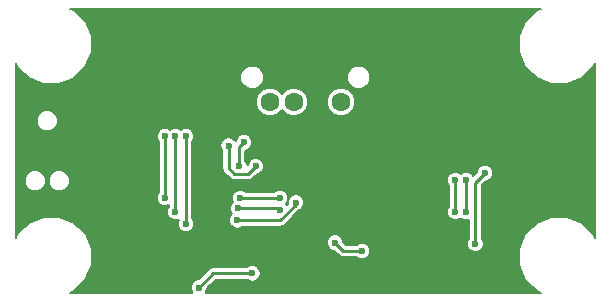
<source format=gbl>
G04 #@! TF.FileFunction,Copper,L2,Bot,Signal*
%FSLAX46Y46*%
G04 Gerber Fmt 4.6, Leading zero omitted, Abs format (unit mm)*
G04 Created by KiCad (PCBNEW 0.201604290946+6713~44~ubuntu14.04.1-product) date Mon 11 Jul 2016 15:01:41 CEST*
%MOMM*%
%LPD*%
G01*
G04 APERTURE LIST*
%ADD10C,0.100000*%
%ADD11C,1.600000*%
%ADD12C,0.600000*%
%ADD13C,0.280000*%
%ADD14C,0.250000*%
%ADD15C,0.200000*%
G04 APERTURE END LIST*
D10*
D11*
X103000000Y-119400000D03*
X101000000Y-119400000D03*
X99000000Y-119400000D03*
X97000000Y-119400000D03*
D12*
X114400000Y-131400000D03*
X115200000Y-125400000D03*
X104800000Y-132000000D03*
X102500000Y-131300000D03*
X91000000Y-135100000D03*
X95500000Y-133900000D03*
X93500000Y-123079990D03*
X95800000Y-124840000D03*
X109100000Y-128700000D03*
X109100000Y-130000000D03*
X97600000Y-134100000D03*
X102300000Y-134100000D03*
X76100000Y-124800000D03*
X96200000Y-122000000D03*
X109100000Y-118300000D03*
X109100000Y-131300000D03*
X85100000Y-118300000D03*
X95000000Y-133000000D03*
X94200000Y-134900000D03*
X94200000Y-121900000D03*
X118300000Y-121900000D03*
X118300000Y-134900000D03*
X85100000Y-131200000D03*
X99950000Y-135250000D03*
X99700000Y-122200000D03*
X106400000Y-124700000D03*
X99200000Y-127900000D03*
X94249999Y-129400000D03*
X89900000Y-129700000D03*
X89900000Y-122300000D03*
X97840000Y-128500000D03*
X94300000Y-128400000D03*
X89000000Y-128700000D03*
X89000000Y-122300000D03*
X113600000Y-128700000D03*
X113600000Y-126000000D03*
X97840000Y-127500000D03*
X94500000Y-127500000D03*
X88100000Y-127500000D03*
X88100000Y-122300000D03*
X112700000Y-128700000D03*
X112700000Y-126000000D03*
X94800000Y-122800000D03*
X94400000Y-124840000D03*
D13*
X115200000Y-125400000D02*
X114400000Y-126200000D01*
X114400000Y-126200000D02*
X114400000Y-131400000D01*
D14*
X102500000Y-131300000D02*
X103200000Y-132000000D01*
X103200000Y-132000000D02*
X104800000Y-132000000D01*
X95500000Y-133900000D02*
X92200000Y-133900000D01*
X92200000Y-133900000D02*
X91000000Y-135100000D01*
X93965001Y-125465001D02*
X93500000Y-125000000D01*
X93500000Y-125000000D02*
X93500000Y-123079990D01*
X95800000Y-124840000D02*
X95174999Y-125465001D01*
X95174999Y-125465001D02*
X93965001Y-125465001D01*
X89900000Y-122800000D02*
X89900000Y-122300000D01*
X94249999Y-129400000D02*
X97865002Y-129400000D01*
X97865002Y-129400000D02*
X99200000Y-128065002D01*
X99200000Y-128065002D02*
X99200000Y-127900000D01*
X89900000Y-122800000D02*
X89900000Y-129700000D01*
X89000000Y-122800000D02*
X89000000Y-122300000D01*
X94300000Y-128400000D02*
X97740000Y-128400000D01*
X97740000Y-128400000D02*
X97840000Y-128500000D01*
X89000000Y-122800000D02*
X89000000Y-128700000D01*
X113600000Y-126000000D02*
X113600000Y-128700000D01*
X88100000Y-122800000D02*
X88100000Y-122300000D01*
X94500000Y-127500000D02*
X97840000Y-127500000D01*
X88100000Y-122800000D02*
X88100000Y-127500000D01*
X112700000Y-126000000D02*
X112700000Y-128700000D01*
X94400000Y-124840000D02*
X94400000Y-123200000D01*
X94400000Y-123200000D02*
X94800000Y-122800000D01*
D15*
G36*
X119576571Y-111615940D02*
X118619301Y-112571540D01*
X118100591Y-113820731D01*
X118099411Y-115173335D01*
X118615940Y-116423429D01*
X119571540Y-117380699D01*
X120820731Y-117899409D01*
X122173335Y-117900589D01*
X123423429Y-117384060D01*
X124380699Y-116428460D01*
X124525000Y-116080945D01*
X124525000Y-130917671D01*
X124384060Y-130576571D01*
X123428460Y-129619301D01*
X122179269Y-129100591D01*
X120826665Y-129099411D01*
X119576571Y-129615940D01*
X118619301Y-130571540D01*
X118100591Y-131820731D01*
X118099411Y-133173335D01*
X118615940Y-134423429D01*
X119571540Y-135380699D01*
X119919055Y-135525000D01*
X91565072Y-135525000D01*
X91593085Y-135497036D01*
X91699878Y-135239850D01*
X91699963Y-135142499D01*
X92417462Y-134425000D01*
X95034998Y-134425000D01*
X95102964Y-134493085D01*
X95360150Y-134599878D01*
X95638628Y-134600121D01*
X95896000Y-134493777D01*
X96093085Y-134297036D01*
X96199878Y-134039850D01*
X96200121Y-133761372D01*
X96093777Y-133504000D01*
X95897036Y-133306915D01*
X95639850Y-133200122D01*
X95361372Y-133199879D01*
X95104000Y-133306223D01*
X95035103Y-133375000D01*
X92200000Y-133375000D01*
X91999091Y-133414963D01*
X91828769Y-133528769D01*
X90957575Y-134399963D01*
X90861372Y-134399879D01*
X90604000Y-134506223D01*
X90406915Y-134702964D01*
X90300122Y-134960150D01*
X90299879Y-135238628D01*
X90406223Y-135496000D01*
X90435172Y-135525000D01*
X80082329Y-135525000D01*
X80423429Y-135384060D01*
X81380699Y-134428460D01*
X81899409Y-133179269D01*
X81900589Y-131826665D01*
X81740256Y-131438628D01*
X101799879Y-131438628D01*
X101906223Y-131696000D01*
X102102964Y-131893085D01*
X102360150Y-131999878D01*
X102457501Y-131999963D01*
X102828769Y-132371231D01*
X102999091Y-132485037D01*
X103200000Y-132525000D01*
X104334998Y-132525000D01*
X104402964Y-132593085D01*
X104660150Y-132699878D01*
X104938628Y-132700121D01*
X105196000Y-132593777D01*
X105393085Y-132397036D01*
X105499878Y-132139850D01*
X105500121Y-131861372D01*
X105393777Y-131604000D01*
X105197036Y-131406915D01*
X104939850Y-131300122D01*
X104661372Y-131299879D01*
X104404000Y-131406223D01*
X104335103Y-131475000D01*
X103417462Y-131475000D01*
X103200037Y-131257575D01*
X103200121Y-131161372D01*
X103093777Y-130904000D01*
X102897036Y-130706915D01*
X102639850Y-130600122D01*
X102361372Y-130599879D01*
X102104000Y-130706223D01*
X101906915Y-130902964D01*
X101800122Y-131160150D01*
X101799879Y-131438628D01*
X81740256Y-131438628D01*
X81384060Y-130576571D01*
X80428460Y-129619301D01*
X79179269Y-129100591D01*
X77826665Y-129099411D01*
X76576571Y-129615940D01*
X75619301Y-130571540D01*
X75475000Y-130919055D01*
X75475000Y-126218236D01*
X76218844Y-126218236D01*
X76355572Y-126549143D01*
X76608525Y-126802538D01*
X76939194Y-126939843D01*
X77297236Y-126940156D01*
X77628143Y-126803428D01*
X77881538Y-126550475D01*
X78018843Y-126219806D01*
X78018844Y-126218236D01*
X78250844Y-126218236D01*
X78387572Y-126549143D01*
X78640525Y-126802538D01*
X78971194Y-126939843D01*
X79329236Y-126940156D01*
X79660143Y-126803428D01*
X79913538Y-126550475D01*
X80050843Y-126219806D01*
X80051156Y-125861764D01*
X79914428Y-125530857D01*
X79661475Y-125277462D01*
X79330806Y-125140157D01*
X78972764Y-125139844D01*
X78641857Y-125276572D01*
X78388462Y-125529525D01*
X78251157Y-125860194D01*
X78250844Y-126218236D01*
X78018844Y-126218236D01*
X78019156Y-125861764D01*
X77882428Y-125530857D01*
X77629475Y-125277462D01*
X77298806Y-125140157D01*
X76940764Y-125139844D01*
X76609857Y-125276572D01*
X76356462Y-125529525D01*
X76219157Y-125860194D01*
X76218844Y-126218236D01*
X75475000Y-126218236D01*
X75475000Y-122438628D01*
X87399879Y-122438628D01*
X87506223Y-122696000D01*
X87575000Y-122764897D01*
X87575000Y-127034998D01*
X87506915Y-127102964D01*
X87400122Y-127360150D01*
X87399879Y-127638628D01*
X87506223Y-127896000D01*
X87702964Y-128093085D01*
X87960150Y-128199878D01*
X88238628Y-128200121D01*
X88475000Y-128102454D01*
X88475000Y-128234998D01*
X88406915Y-128302964D01*
X88300122Y-128560150D01*
X88299879Y-128838628D01*
X88406223Y-129096000D01*
X88602964Y-129293085D01*
X88860150Y-129399878D01*
X89138628Y-129400121D01*
X89293070Y-129336307D01*
X89200122Y-129560150D01*
X89199879Y-129838628D01*
X89306223Y-130096000D01*
X89502964Y-130293085D01*
X89760150Y-130399878D01*
X90038628Y-130400121D01*
X90296000Y-130293777D01*
X90493085Y-130097036D01*
X90599878Y-129839850D01*
X90600121Y-129561372D01*
X90590724Y-129538628D01*
X93549878Y-129538628D01*
X93656222Y-129796000D01*
X93852963Y-129993085D01*
X94110149Y-130099878D01*
X94388627Y-130100121D01*
X94645999Y-129993777D01*
X94714896Y-129925000D01*
X97865002Y-129925000D01*
X98065911Y-129885037D01*
X98236233Y-129771231D01*
X99455728Y-128551736D01*
X99596000Y-128493777D01*
X99793085Y-128297036D01*
X99899878Y-128039850D01*
X99900121Y-127761372D01*
X99793777Y-127504000D01*
X99597036Y-127306915D01*
X99339850Y-127200122D01*
X99061372Y-127199879D01*
X98804000Y-127306223D01*
X98606915Y-127502964D01*
X98500122Y-127760150D01*
X98499893Y-128022647D01*
X98426165Y-128096375D01*
X98329950Y-127999991D01*
X98433085Y-127897036D01*
X98539878Y-127639850D01*
X98540121Y-127361372D01*
X98433777Y-127104000D01*
X98237036Y-126906915D01*
X97979850Y-126800122D01*
X97701372Y-126799879D01*
X97444000Y-126906223D01*
X97375103Y-126975000D01*
X94965002Y-126975000D01*
X94897036Y-126906915D01*
X94639850Y-126800122D01*
X94361372Y-126799879D01*
X94104000Y-126906223D01*
X93906915Y-127102964D01*
X93800122Y-127360150D01*
X93799879Y-127638628D01*
X93879311Y-127830869D01*
X93706915Y-128002964D01*
X93600122Y-128260150D01*
X93599879Y-128538628D01*
X93706223Y-128796000D01*
X93785093Y-128875008D01*
X93656914Y-129002964D01*
X93550121Y-129260150D01*
X93549878Y-129538628D01*
X90590724Y-129538628D01*
X90493777Y-129304000D01*
X90425000Y-129235103D01*
X90425000Y-126138628D01*
X111999879Y-126138628D01*
X112106223Y-126396000D01*
X112175000Y-126464897D01*
X112175000Y-128234998D01*
X112106915Y-128302964D01*
X112000122Y-128560150D01*
X111999879Y-128838628D01*
X112106223Y-129096000D01*
X112302964Y-129293085D01*
X112560150Y-129399878D01*
X112838628Y-129400121D01*
X113096000Y-129293777D01*
X113149921Y-129239950D01*
X113202964Y-129293085D01*
X113460150Y-129399878D01*
X113738628Y-129400121D01*
X113860000Y-129349971D01*
X113860000Y-130949972D01*
X113806915Y-131002964D01*
X113700122Y-131260150D01*
X113699879Y-131538628D01*
X113806223Y-131796000D01*
X114002964Y-131993085D01*
X114260150Y-132099878D01*
X114538628Y-132100121D01*
X114796000Y-131993777D01*
X114993085Y-131797036D01*
X115099878Y-131539850D01*
X115100121Y-131261372D01*
X114993777Y-131004000D01*
X114940000Y-130950129D01*
X114940000Y-126423676D01*
X115263620Y-126100056D01*
X115338628Y-126100121D01*
X115596000Y-125993777D01*
X115793085Y-125797036D01*
X115899878Y-125539850D01*
X115900121Y-125261372D01*
X115793777Y-125004000D01*
X115597036Y-124806915D01*
X115339850Y-124700122D01*
X115061372Y-124699879D01*
X114804000Y-124806223D01*
X114606915Y-125002964D01*
X114500122Y-125260150D01*
X114500056Y-125336268D01*
X114205047Y-125631277D01*
X114193777Y-125604000D01*
X113997036Y-125406915D01*
X113739850Y-125300122D01*
X113461372Y-125299879D01*
X113204000Y-125406223D01*
X113150079Y-125460050D01*
X113097036Y-125406915D01*
X112839850Y-125300122D01*
X112561372Y-125299879D01*
X112304000Y-125406223D01*
X112106915Y-125602964D01*
X112000122Y-125860150D01*
X111999879Y-126138628D01*
X90425000Y-126138628D01*
X90425000Y-123218618D01*
X92799879Y-123218618D01*
X92906223Y-123475990D01*
X92975000Y-123544887D01*
X92975000Y-125000000D01*
X93014963Y-125200909D01*
X93128769Y-125371231D01*
X93593770Y-125836232D01*
X93764092Y-125950038D01*
X93965001Y-125990001D01*
X95174999Y-125990001D01*
X95375908Y-125950038D01*
X95546230Y-125836232D01*
X95842425Y-125540037D01*
X95938628Y-125540121D01*
X96196000Y-125433777D01*
X96393085Y-125237036D01*
X96499878Y-124979850D01*
X96500121Y-124701372D01*
X96393777Y-124444000D01*
X96197036Y-124246915D01*
X95939850Y-124140122D01*
X95661372Y-124139879D01*
X95404000Y-124246223D01*
X95206915Y-124442964D01*
X95100122Y-124700150D01*
X95100121Y-124701372D01*
X94993777Y-124444000D01*
X94925000Y-124375103D01*
X94925000Y-123500109D01*
X94938628Y-123500121D01*
X95196000Y-123393777D01*
X95393085Y-123197036D01*
X95499878Y-122939850D01*
X95500121Y-122661372D01*
X95393777Y-122404000D01*
X95197036Y-122206915D01*
X94939850Y-122100122D01*
X94661372Y-122099879D01*
X94404000Y-122206223D01*
X94206915Y-122402964D01*
X94100122Y-122660150D01*
X94100088Y-122699263D01*
X94093777Y-122683990D01*
X93897036Y-122486905D01*
X93639850Y-122380112D01*
X93361372Y-122379869D01*
X93104000Y-122486213D01*
X92906915Y-122682954D01*
X92800122Y-122940140D01*
X92799879Y-123218618D01*
X90425000Y-123218618D01*
X90425000Y-122765002D01*
X90493085Y-122697036D01*
X90599878Y-122439850D01*
X90600121Y-122161372D01*
X90493777Y-121904000D01*
X90297036Y-121706915D01*
X90039850Y-121600122D01*
X89761372Y-121599879D01*
X89504000Y-121706223D01*
X89450079Y-121760050D01*
X89397036Y-121706915D01*
X89139850Y-121600122D01*
X88861372Y-121599879D01*
X88604000Y-121706223D01*
X88550079Y-121760050D01*
X88497036Y-121706915D01*
X88239850Y-121600122D01*
X87961372Y-121599879D01*
X87704000Y-121706223D01*
X87506915Y-121902964D01*
X87400122Y-122160150D01*
X87399879Y-122438628D01*
X75475000Y-122438628D01*
X75475000Y-121138236D01*
X77234844Y-121138236D01*
X77371572Y-121469143D01*
X77624525Y-121722538D01*
X77955194Y-121859843D01*
X78313236Y-121860156D01*
X78644143Y-121723428D01*
X78897538Y-121470475D01*
X79034843Y-121139806D01*
X79035156Y-120781764D01*
X78898428Y-120450857D01*
X78645475Y-120197462D01*
X78314806Y-120060157D01*
X77956764Y-120059844D01*
X77625857Y-120196572D01*
X77372462Y-120449525D01*
X77235157Y-120780194D01*
X77234844Y-121138236D01*
X75475000Y-121138236D01*
X75475000Y-119637647D01*
X95799793Y-119637647D01*
X95982097Y-120078857D01*
X96319367Y-120416717D01*
X96760258Y-120599791D01*
X97237647Y-120600207D01*
X97678857Y-120417903D01*
X98000265Y-120097057D01*
X98319367Y-120416717D01*
X98760258Y-120599791D01*
X99237647Y-120600207D01*
X99678857Y-120417903D01*
X100016717Y-120080633D01*
X100199791Y-119639742D01*
X100199792Y-119637647D01*
X101799793Y-119637647D01*
X101982097Y-120078857D01*
X102319367Y-120416717D01*
X102760258Y-120599791D01*
X103237647Y-120600207D01*
X103678857Y-120417903D01*
X104016717Y-120080633D01*
X104199791Y-119639742D01*
X104200207Y-119162353D01*
X104017903Y-118721143D01*
X103680633Y-118383283D01*
X103239742Y-118200209D01*
X102762353Y-118199793D01*
X102321143Y-118382097D01*
X101983283Y-118719367D01*
X101800209Y-119160258D01*
X101799793Y-119637647D01*
X100199792Y-119637647D01*
X100200207Y-119162353D01*
X100017903Y-118721143D01*
X99680633Y-118383283D01*
X99239742Y-118200209D01*
X98762353Y-118199793D01*
X98321143Y-118382097D01*
X97999735Y-118702943D01*
X97680633Y-118383283D01*
X97239742Y-118200209D01*
X96762353Y-118199793D01*
X96321143Y-118382097D01*
X95983283Y-118719367D01*
X95800209Y-119160258D01*
X95799793Y-119637647D01*
X75475000Y-119637647D01*
X75475000Y-116082329D01*
X75615940Y-116423429D01*
X76571540Y-117380699D01*
X77820731Y-117899409D01*
X79173335Y-117900589D01*
X80147576Y-117498040D01*
X94499827Y-117498040D01*
X94651747Y-117865714D01*
X94932806Y-118147264D01*
X95300215Y-118299826D01*
X95698040Y-118300173D01*
X96065714Y-118148253D01*
X96347264Y-117867194D01*
X96499826Y-117499785D01*
X96499827Y-117498040D01*
X103499827Y-117498040D01*
X103651747Y-117865714D01*
X103932806Y-118147264D01*
X104300215Y-118299826D01*
X104698040Y-118300173D01*
X105065714Y-118148253D01*
X105347264Y-117867194D01*
X105499826Y-117499785D01*
X105500173Y-117101960D01*
X105348253Y-116734286D01*
X105067194Y-116452736D01*
X104699785Y-116300174D01*
X104301960Y-116299827D01*
X103934286Y-116451747D01*
X103652736Y-116732806D01*
X103500174Y-117100215D01*
X103499827Y-117498040D01*
X96499827Y-117498040D01*
X96500173Y-117101960D01*
X96348253Y-116734286D01*
X96067194Y-116452736D01*
X95699785Y-116300174D01*
X95301960Y-116299827D01*
X94934286Y-116451747D01*
X94652736Y-116732806D01*
X94500174Y-117100215D01*
X94499827Y-117498040D01*
X80147576Y-117498040D01*
X80423429Y-117384060D01*
X81380699Y-116428460D01*
X81899409Y-115179269D01*
X81900589Y-113826665D01*
X81384060Y-112576571D01*
X80428460Y-111619301D01*
X80080945Y-111475000D01*
X119917671Y-111475000D01*
X119576571Y-111615940D01*
X119576571Y-111615940D01*
G37*
X119576571Y-111615940D02*
X118619301Y-112571540D01*
X118100591Y-113820731D01*
X118099411Y-115173335D01*
X118615940Y-116423429D01*
X119571540Y-117380699D01*
X120820731Y-117899409D01*
X122173335Y-117900589D01*
X123423429Y-117384060D01*
X124380699Y-116428460D01*
X124525000Y-116080945D01*
X124525000Y-130917671D01*
X124384060Y-130576571D01*
X123428460Y-129619301D01*
X122179269Y-129100591D01*
X120826665Y-129099411D01*
X119576571Y-129615940D01*
X118619301Y-130571540D01*
X118100591Y-131820731D01*
X118099411Y-133173335D01*
X118615940Y-134423429D01*
X119571540Y-135380699D01*
X119919055Y-135525000D01*
X91565072Y-135525000D01*
X91593085Y-135497036D01*
X91699878Y-135239850D01*
X91699963Y-135142499D01*
X92417462Y-134425000D01*
X95034998Y-134425000D01*
X95102964Y-134493085D01*
X95360150Y-134599878D01*
X95638628Y-134600121D01*
X95896000Y-134493777D01*
X96093085Y-134297036D01*
X96199878Y-134039850D01*
X96200121Y-133761372D01*
X96093777Y-133504000D01*
X95897036Y-133306915D01*
X95639850Y-133200122D01*
X95361372Y-133199879D01*
X95104000Y-133306223D01*
X95035103Y-133375000D01*
X92200000Y-133375000D01*
X91999091Y-133414963D01*
X91828769Y-133528769D01*
X90957575Y-134399963D01*
X90861372Y-134399879D01*
X90604000Y-134506223D01*
X90406915Y-134702964D01*
X90300122Y-134960150D01*
X90299879Y-135238628D01*
X90406223Y-135496000D01*
X90435172Y-135525000D01*
X80082329Y-135525000D01*
X80423429Y-135384060D01*
X81380699Y-134428460D01*
X81899409Y-133179269D01*
X81900589Y-131826665D01*
X81740256Y-131438628D01*
X101799879Y-131438628D01*
X101906223Y-131696000D01*
X102102964Y-131893085D01*
X102360150Y-131999878D01*
X102457501Y-131999963D01*
X102828769Y-132371231D01*
X102999091Y-132485037D01*
X103200000Y-132525000D01*
X104334998Y-132525000D01*
X104402964Y-132593085D01*
X104660150Y-132699878D01*
X104938628Y-132700121D01*
X105196000Y-132593777D01*
X105393085Y-132397036D01*
X105499878Y-132139850D01*
X105500121Y-131861372D01*
X105393777Y-131604000D01*
X105197036Y-131406915D01*
X104939850Y-131300122D01*
X104661372Y-131299879D01*
X104404000Y-131406223D01*
X104335103Y-131475000D01*
X103417462Y-131475000D01*
X103200037Y-131257575D01*
X103200121Y-131161372D01*
X103093777Y-130904000D01*
X102897036Y-130706915D01*
X102639850Y-130600122D01*
X102361372Y-130599879D01*
X102104000Y-130706223D01*
X101906915Y-130902964D01*
X101800122Y-131160150D01*
X101799879Y-131438628D01*
X81740256Y-131438628D01*
X81384060Y-130576571D01*
X80428460Y-129619301D01*
X79179269Y-129100591D01*
X77826665Y-129099411D01*
X76576571Y-129615940D01*
X75619301Y-130571540D01*
X75475000Y-130919055D01*
X75475000Y-126218236D01*
X76218844Y-126218236D01*
X76355572Y-126549143D01*
X76608525Y-126802538D01*
X76939194Y-126939843D01*
X77297236Y-126940156D01*
X77628143Y-126803428D01*
X77881538Y-126550475D01*
X78018843Y-126219806D01*
X78018844Y-126218236D01*
X78250844Y-126218236D01*
X78387572Y-126549143D01*
X78640525Y-126802538D01*
X78971194Y-126939843D01*
X79329236Y-126940156D01*
X79660143Y-126803428D01*
X79913538Y-126550475D01*
X80050843Y-126219806D01*
X80051156Y-125861764D01*
X79914428Y-125530857D01*
X79661475Y-125277462D01*
X79330806Y-125140157D01*
X78972764Y-125139844D01*
X78641857Y-125276572D01*
X78388462Y-125529525D01*
X78251157Y-125860194D01*
X78250844Y-126218236D01*
X78018844Y-126218236D01*
X78019156Y-125861764D01*
X77882428Y-125530857D01*
X77629475Y-125277462D01*
X77298806Y-125140157D01*
X76940764Y-125139844D01*
X76609857Y-125276572D01*
X76356462Y-125529525D01*
X76219157Y-125860194D01*
X76218844Y-126218236D01*
X75475000Y-126218236D01*
X75475000Y-122438628D01*
X87399879Y-122438628D01*
X87506223Y-122696000D01*
X87575000Y-122764897D01*
X87575000Y-127034998D01*
X87506915Y-127102964D01*
X87400122Y-127360150D01*
X87399879Y-127638628D01*
X87506223Y-127896000D01*
X87702964Y-128093085D01*
X87960150Y-128199878D01*
X88238628Y-128200121D01*
X88475000Y-128102454D01*
X88475000Y-128234998D01*
X88406915Y-128302964D01*
X88300122Y-128560150D01*
X88299879Y-128838628D01*
X88406223Y-129096000D01*
X88602964Y-129293085D01*
X88860150Y-129399878D01*
X89138628Y-129400121D01*
X89293070Y-129336307D01*
X89200122Y-129560150D01*
X89199879Y-129838628D01*
X89306223Y-130096000D01*
X89502964Y-130293085D01*
X89760150Y-130399878D01*
X90038628Y-130400121D01*
X90296000Y-130293777D01*
X90493085Y-130097036D01*
X90599878Y-129839850D01*
X90600121Y-129561372D01*
X90590724Y-129538628D01*
X93549878Y-129538628D01*
X93656222Y-129796000D01*
X93852963Y-129993085D01*
X94110149Y-130099878D01*
X94388627Y-130100121D01*
X94645999Y-129993777D01*
X94714896Y-129925000D01*
X97865002Y-129925000D01*
X98065911Y-129885037D01*
X98236233Y-129771231D01*
X99455728Y-128551736D01*
X99596000Y-128493777D01*
X99793085Y-128297036D01*
X99899878Y-128039850D01*
X99900121Y-127761372D01*
X99793777Y-127504000D01*
X99597036Y-127306915D01*
X99339850Y-127200122D01*
X99061372Y-127199879D01*
X98804000Y-127306223D01*
X98606915Y-127502964D01*
X98500122Y-127760150D01*
X98499893Y-128022647D01*
X98426165Y-128096375D01*
X98329950Y-127999991D01*
X98433085Y-127897036D01*
X98539878Y-127639850D01*
X98540121Y-127361372D01*
X98433777Y-127104000D01*
X98237036Y-126906915D01*
X97979850Y-126800122D01*
X97701372Y-126799879D01*
X97444000Y-126906223D01*
X97375103Y-126975000D01*
X94965002Y-126975000D01*
X94897036Y-126906915D01*
X94639850Y-126800122D01*
X94361372Y-126799879D01*
X94104000Y-126906223D01*
X93906915Y-127102964D01*
X93800122Y-127360150D01*
X93799879Y-127638628D01*
X93879311Y-127830869D01*
X93706915Y-128002964D01*
X93600122Y-128260150D01*
X93599879Y-128538628D01*
X93706223Y-128796000D01*
X93785093Y-128875008D01*
X93656914Y-129002964D01*
X93550121Y-129260150D01*
X93549878Y-129538628D01*
X90590724Y-129538628D01*
X90493777Y-129304000D01*
X90425000Y-129235103D01*
X90425000Y-126138628D01*
X111999879Y-126138628D01*
X112106223Y-126396000D01*
X112175000Y-126464897D01*
X112175000Y-128234998D01*
X112106915Y-128302964D01*
X112000122Y-128560150D01*
X111999879Y-128838628D01*
X112106223Y-129096000D01*
X112302964Y-129293085D01*
X112560150Y-129399878D01*
X112838628Y-129400121D01*
X113096000Y-129293777D01*
X113149921Y-129239950D01*
X113202964Y-129293085D01*
X113460150Y-129399878D01*
X113738628Y-129400121D01*
X113860000Y-129349971D01*
X113860000Y-130949972D01*
X113806915Y-131002964D01*
X113700122Y-131260150D01*
X113699879Y-131538628D01*
X113806223Y-131796000D01*
X114002964Y-131993085D01*
X114260150Y-132099878D01*
X114538628Y-132100121D01*
X114796000Y-131993777D01*
X114993085Y-131797036D01*
X115099878Y-131539850D01*
X115100121Y-131261372D01*
X114993777Y-131004000D01*
X114940000Y-130950129D01*
X114940000Y-126423676D01*
X115263620Y-126100056D01*
X115338628Y-126100121D01*
X115596000Y-125993777D01*
X115793085Y-125797036D01*
X115899878Y-125539850D01*
X115900121Y-125261372D01*
X115793777Y-125004000D01*
X115597036Y-124806915D01*
X115339850Y-124700122D01*
X115061372Y-124699879D01*
X114804000Y-124806223D01*
X114606915Y-125002964D01*
X114500122Y-125260150D01*
X114500056Y-125336268D01*
X114205047Y-125631277D01*
X114193777Y-125604000D01*
X113997036Y-125406915D01*
X113739850Y-125300122D01*
X113461372Y-125299879D01*
X113204000Y-125406223D01*
X113150079Y-125460050D01*
X113097036Y-125406915D01*
X112839850Y-125300122D01*
X112561372Y-125299879D01*
X112304000Y-125406223D01*
X112106915Y-125602964D01*
X112000122Y-125860150D01*
X111999879Y-126138628D01*
X90425000Y-126138628D01*
X90425000Y-123218618D01*
X92799879Y-123218618D01*
X92906223Y-123475990D01*
X92975000Y-123544887D01*
X92975000Y-125000000D01*
X93014963Y-125200909D01*
X93128769Y-125371231D01*
X93593770Y-125836232D01*
X93764092Y-125950038D01*
X93965001Y-125990001D01*
X95174999Y-125990001D01*
X95375908Y-125950038D01*
X95546230Y-125836232D01*
X95842425Y-125540037D01*
X95938628Y-125540121D01*
X96196000Y-125433777D01*
X96393085Y-125237036D01*
X96499878Y-124979850D01*
X96500121Y-124701372D01*
X96393777Y-124444000D01*
X96197036Y-124246915D01*
X95939850Y-124140122D01*
X95661372Y-124139879D01*
X95404000Y-124246223D01*
X95206915Y-124442964D01*
X95100122Y-124700150D01*
X95100121Y-124701372D01*
X94993777Y-124444000D01*
X94925000Y-124375103D01*
X94925000Y-123500109D01*
X94938628Y-123500121D01*
X95196000Y-123393777D01*
X95393085Y-123197036D01*
X95499878Y-122939850D01*
X95500121Y-122661372D01*
X95393777Y-122404000D01*
X95197036Y-122206915D01*
X94939850Y-122100122D01*
X94661372Y-122099879D01*
X94404000Y-122206223D01*
X94206915Y-122402964D01*
X94100122Y-122660150D01*
X94100088Y-122699263D01*
X94093777Y-122683990D01*
X93897036Y-122486905D01*
X93639850Y-122380112D01*
X93361372Y-122379869D01*
X93104000Y-122486213D01*
X92906915Y-122682954D01*
X92800122Y-122940140D01*
X92799879Y-123218618D01*
X90425000Y-123218618D01*
X90425000Y-122765002D01*
X90493085Y-122697036D01*
X90599878Y-122439850D01*
X90600121Y-122161372D01*
X90493777Y-121904000D01*
X90297036Y-121706915D01*
X90039850Y-121600122D01*
X89761372Y-121599879D01*
X89504000Y-121706223D01*
X89450079Y-121760050D01*
X89397036Y-121706915D01*
X89139850Y-121600122D01*
X88861372Y-121599879D01*
X88604000Y-121706223D01*
X88550079Y-121760050D01*
X88497036Y-121706915D01*
X88239850Y-121600122D01*
X87961372Y-121599879D01*
X87704000Y-121706223D01*
X87506915Y-121902964D01*
X87400122Y-122160150D01*
X87399879Y-122438628D01*
X75475000Y-122438628D01*
X75475000Y-121138236D01*
X77234844Y-121138236D01*
X77371572Y-121469143D01*
X77624525Y-121722538D01*
X77955194Y-121859843D01*
X78313236Y-121860156D01*
X78644143Y-121723428D01*
X78897538Y-121470475D01*
X79034843Y-121139806D01*
X79035156Y-120781764D01*
X78898428Y-120450857D01*
X78645475Y-120197462D01*
X78314806Y-120060157D01*
X77956764Y-120059844D01*
X77625857Y-120196572D01*
X77372462Y-120449525D01*
X77235157Y-120780194D01*
X77234844Y-121138236D01*
X75475000Y-121138236D01*
X75475000Y-119637647D01*
X95799793Y-119637647D01*
X95982097Y-120078857D01*
X96319367Y-120416717D01*
X96760258Y-120599791D01*
X97237647Y-120600207D01*
X97678857Y-120417903D01*
X98000265Y-120097057D01*
X98319367Y-120416717D01*
X98760258Y-120599791D01*
X99237647Y-120600207D01*
X99678857Y-120417903D01*
X100016717Y-120080633D01*
X100199791Y-119639742D01*
X100199792Y-119637647D01*
X101799793Y-119637647D01*
X101982097Y-120078857D01*
X102319367Y-120416717D01*
X102760258Y-120599791D01*
X103237647Y-120600207D01*
X103678857Y-120417903D01*
X104016717Y-120080633D01*
X104199791Y-119639742D01*
X104200207Y-119162353D01*
X104017903Y-118721143D01*
X103680633Y-118383283D01*
X103239742Y-118200209D01*
X102762353Y-118199793D01*
X102321143Y-118382097D01*
X101983283Y-118719367D01*
X101800209Y-119160258D01*
X101799793Y-119637647D01*
X100199792Y-119637647D01*
X100200207Y-119162353D01*
X100017903Y-118721143D01*
X99680633Y-118383283D01*
X99239742Y-118200209D01*
X98762353Y-118199793D01*
X98321143Y-118382097D01*
X97999735Y-118702943D01*
X97680633Y-118383283D01*
X97239742Y-118200209D01*
X96762353Y-118199793D01*
X96321143Y-118382097D01*
X95983283Y-118719367D01*
X95800209Y-119160258D01*
X95799793Y-119637647D01*
X75475000Y-119637647D01*
X75475000Y-116082329D01*
X75615940Y-116423429D01*
X76571540Y-117380699D01*
X77820731Y-117899409D01*
X79173335Y-117900589D01*
X80147576Y-117498040D01*
X94499827Y-117498040D01*
X94651747Y-117865714D01*
X94932806Y-118147264D01*
X95300215Y-118299826D01*
X95698040Y-118300173D01*
X96065714Y-118148253D01*
X96347264Y-117867194D01*
X96499826Y-117499785D01*
X96499827Y-117498040D01*
X103499827Y-117498040D01*
X103651747Y-117865714D01*
X103932806Y-118147264D01*
X104300215Y-118299826D01*
X104698040Y-118300173D01*
X105065714Y-118148253D01*
X105347264Y-117867194D01*
X105499826Y-117499785D01*
X105500173Y-117101960D01*
X105348253Y-116734286D01*
X105067194Y-116452736D01*
X104699785Y-116300174D01*
X104301960Y-116299827D01*
X103934286Y-116451747D01*
X103652736Y-116732806D01*
X103500174Y-117100215D01*
X103499827Y-117498040D01*
X96499827Y-117498040D01*
X96500173Y-117101960D01*
X96348253Y-116734286D01*
X96067194Y-116452736D01*
X95699785Y-116300174D01*
X95301960Y-116299827D01*
X94934286Y-116451747D01*
X94652736Y-116732806D01*
X94500174Y-117100215D01*
X94499827Y-117498040D01*
X80147576Y-117498040D01*
X80423429Y-117384060D01*
X81380699Y-116428460D01*
X81899409Y-115179269D01*
X81900589Y-113826665D01*
X81384060Y-112576571D01*
X80428460Y-111619301D01*
X80080945Y-111475000D01*
X119917671Y-111475000D01*
X119576571Y-111615940D01*
M02*

</source>
